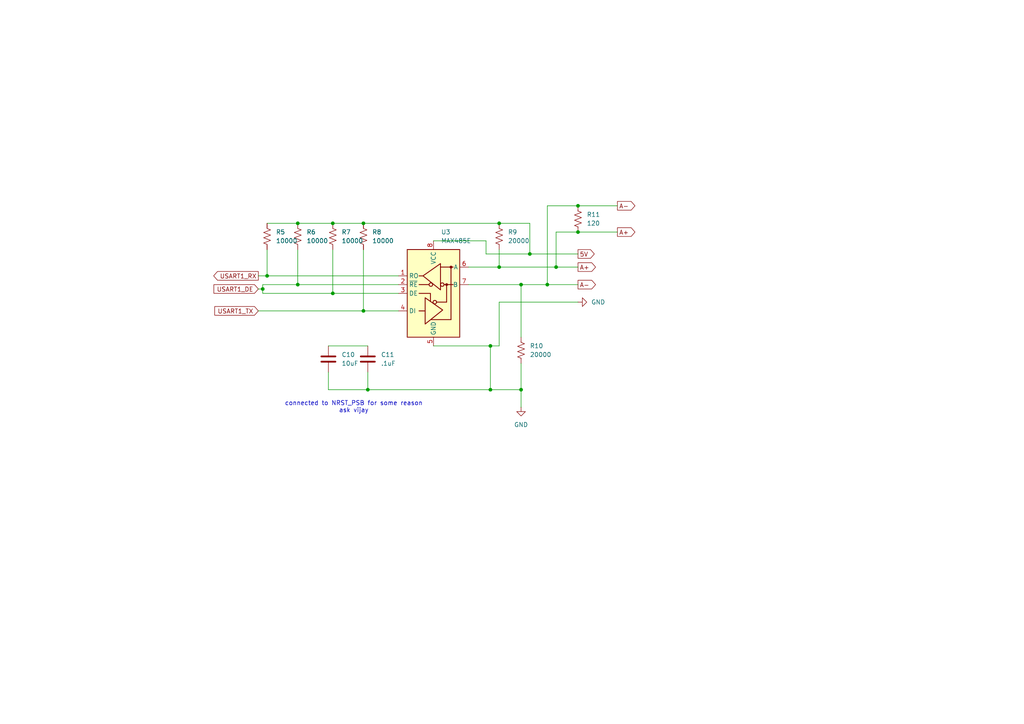
<source format=kicad_sch>
(kicad_sch (version 20231120) (generator "eeschema") (generator_version "8.0")
  (paper "A4")
  (lib_symbols
    (symbol "Device:C" (pin_numbers hide) (pin_names (offset 0.254))
      (property "Reference" "C" (at 0.635 2.54 0))
      (property "Value" "C" (at 0.635 -2.54 0))
      (symbol "C_0_1"
        (polyline (pts (xy -2.032 -0.762) (xy 2.032 -0.762)) (stroke (width 0.508)))
        (polyline (pts (xy -2.032 0.762) (xy 2.032 0.762)) (stroke (width 0.508)))
      )
      (symbol "C_1_1"
        (pin passive line (at 0 3.81 270) (length 2.794) (name "~") (number "1"))
        (pin passive line (at 0 -3.81 90) (length 2.794) (name "~") (number "2"))
      )
    )
    (symbol "Device:R_US" (pin_numbers hide) (pin_names (offset 0))
      (property "Reference" "R" (at 2.54 0 90))
      (property "Value" "R_US" (at -2.54 0 90))
      (symbol "R_US_0_1"
        (polyline (pts (xy 0 -2.286) (xy 0 -2.54)))
        (polyline (pts (xy 0 2.286) (xy 0 2.54)))
        (polyline (pts (xy 0 -0.762) (xy 1.016 -1.143) (xy 0 -1.524) (xy -1.016 -1.905) (xy 0 -2.286)))
        (polyline (pts (xy 0 0.762) (xy 1.016 0.381) (xy 0 0) (xy -1.016 -0.381) (xy 0 -0.762)))
        (polyline (pts (xy 0 2.286) (xy 1.016 1.905) (xy 0 1.524) (xy -1.016 1.143) (xy 0 0.762)))
      )
      (symbol "R_US_1_1"
        (pin passive line (at 0 3.81 270) (length 1.27) (name "~") (number "1"))
        (pin passive line (at 0 -3.81 90) (length 1.27) (name "~") (number "2"))
      )
    )
    (symbol "Interface_UART:MAX485E"
      (property "Reference" "U" (at -6.985 13.97 0))
      (property "Value" "MAX485E" (at 1.905 13.97 0))
      (symbol "MAX485E_0_1"
        (rectangle (start -7.62 12.7) (end 7.62 -12.7) (stroke (width 0.254)) (fill (type background)))
        (polyline (pts (xy -4.191 2.54) (xy -1.27 2.54)) (stroke (width 0.254)))
        (polyline (pts (xy -2.54 -5.08) (xy -4.191 -5.08)) (stroke (width 0.254)))
        (polyline (pts (xy -0.635 -7.62) (xy 5.08 -7.62)) (stroke (width 0.254)))
        (polyline (pts (xy 0.889 -2.54) (xy 3.81 -2.54)) (stroke (width 0.254)))
        (polyline (pts (xy 2.032 7.62) (xy 5.715 7.62)) (stroke (width 0.254)))
        (polyline (pts (xy 3.048 2.54) (xy 5.715 2.54)) (stroke (width 0.254)))
        (polyline (pts (xy 3.81 -2.54) (xy 3.81 2.54)) (stroke (width 0.254)))
        (polyline (pts (xy 5.08 -7.62) (xy 5.08 7.62)) (stroke (width 0.254)))
        (polyline (pts (xy -4.191 0) (xy -0.889 0) (xy -0.889 -2.286)) (stroke (width 0.254)))
        (polyline (pts (xy -3.175 5.08) (xy -4.191 5.08) (xy -4.064 5.08)) (stroke (width 0.254)))
        (polyline (pts (xy -2.413 -5.08) (xy -2.413 -1.27) (xy 2.667 -4.826) (xy -2.413 -8.89) (xy -2.413 -5.08)) (stroke (width 0.254)))
        (circle (center 0.381 -2.54) (radius 0.508) (stroke (width 0.254)))
        (circle (center 3.81 2.54) (radius 0.2794) (stroke (width 0.254)) (fill (type outline)))
      )
      (symbol "MAX485E_1_1"
        (circle (center -0.762 2.54) (radius 0.508) (stroke (width 0.254)))
        (polyline (pts (xy 2.032 4.826) (xy 2.032 8.636) (xy -3.048 5.08) (xy 2.032 1.016) (xy 2.032 4.826)) (stroke (width 0.254)))
        (circle (center 2.54 2.54) (radius 0.508) (stroke (width 0.254)))
        (circle (center 5.08 7.62) (radius 0.2794) (stroke (width 0.254)) (fill (type outline)))
        (pin output line (at -10.16 5.08 0) (length 2.54) (name "RO") (number "1"))
        (pin input line (at -10.16 2.54 0) (length 2.54) (name "~{RE}") (number "2"))
        (pin input line (at -10.16 0 0) (length 2.54) (name "DE") (number "3"))
        (pin input line (at -10.16 -5.08 0) (length 2.54) (name "DI") (number "4"))
        (pin power_in line (at 0 -15.24 90) (length 2.54) (name "GND") (number "5"))
        (pin bidirectional line (at 10.16 7.62 180) (length 2.54) (name "A") (number "6"))
        (pin bidirectional line (at 10.16 2.54 180) (length 2.54) (name "B") (number "7"))
        (pin power_in line (at 0 15.24 270) (length 2.54) (name "VCC") (number "8"))
      )
    )
    (symbol "power:GND" (power) (pin_numbers hide) (pin_names (offset 0) hide)
      (property "Value" "GND" (at 0 -3.81 0))
      (symbol "GND_0_1"
        (polyline (pts (xy 0 0) (xy 0 -1.27) (xy 1.27 -1.27) (xy 0 -2.54) (xy -1.27 -1.27) (xy 0 -1.27)))
      )
      (symbol "GND_1_1"
        (pin power_in line (at 0 0 270) (length 0) (name "~") (number "1"))
      )
    )
  )
  (junction (at 105.41 64.77))
  (junction (at 158.75 82.55))
  (junction (at 96.52 85.09))
  (junction (at 167.64 59.69))
  (junction (at 144.78 77.47))
  (junction (at 142.24 113.03))
  (junction (at 106.68 113.03))
  (junction (at 77.47 80.01))
  (junction (at 144.78 64.77))
  (junction (at 153.67 73.66))
  (junction (at 161.29 77.47))
  (junction (at 76.2 83.82))
  (junction (at 167.64 67.31))
  (junction (at 86.36 82.55))
  (junction (at 96.52 64.77))
  (junction (at 151.13 113.03))
  (junction (at 105.41 90.17))
  (junction (at 142.24 100.33))
  (junction (at 86.36 64.77))
  (junction (at 151.13 82.55))
  (wire (pts (xy 96.52 85.09) (xy 115.57 85.09)))
  (wire (pts (xy 86.36 64.77) (xy 96.52 64.77)))
  (wire (pts (xy 105.41 72.39) (xy 105.41 90.17)))
  (wire (pts (xy 158.75 59.69) (xy 167.64 59.69)))
  (wire (pts (xy 76.2 85.09) (xy 96.52 85.09)))
  (wire (pts (xy 167.64 67.31) (xy 179.07 67.31)))
  (wire (pts (xy 142.24 100.33) (xy 144.78 100.33)))
  (wire (pts (xy 74.93 90.17) (xy 105.41 90.17)))
  (wire (pts (xy 95.25 113.03) (xy 106.68 113.03)))
  (wire (pts (xy 161.29 77.47) (xy 161.29 67.31)))
  (wire (pts (xy 76.2 82.55) (xy 86.36 82.55)))
  (wire (pts (xy 144.78 87.63) (xy 167.64 87.63)))
  (wire (pts (xy 125.73 100.33) (xy 142.24 100.33)))
  (wire (pts (xy 77.47 80.01) (xy 115.57 80.01)))
  (wire (pts (xy 106.68 107.95) (xy 106.68 113.03)))
  (wire (pts (xy 96.52 72.39) (xy 96.52 85.09)))
  (wire (pts (xy 142.24 113.03) (xy 151.13 113.03)))
  (wire (pts (xy 106.68 113.03) (xy 142.24 113.03)))
  (wire (pts (xy 151.13 105.41) (xy 151.13 113.03)))
  (wire (pts (xy 151.13 113.03) (xy 151.13 118.11)))
  (wire (pts (xy 135.89 77.47) (xy 144.78 77.47)))
  (wire (pts (xy 86.36 72.39) (xy 86.36 82.55)))
  (wire (pts (xy 74.93 83.82) (xy 76.2 83.82)))
  (wire (pts (xy 161.29 77.47) (xy 167.64 77.47)))
  (wire (pts (xy 158.75 59.69) (xy 158.75 82.55)))
  (wire (pts (xy 95.25 107.95) (xy 95.25 113.03)))
  (wire (pts (xy 105.41 64.77) (xy 144.78 64.77)))
  (wire (pts (xy 135.89 82.55) (xy 151.13 82.55)))
  (wire (pts (xy 125.73 69.85) (xy 140.97 69.85)))
  (wire (pts (xy 140.97 73.66) (xy 153.67 73.66)))
  (wire (pts (xy 144.78 100.33) (xy 144.78 87.63)))
  (wire (pts (xy 86.36 82.55) (xy 115.57 82.55)))
  (wire (pts (xy 144.78 72.39) (xy 144.78 77.47)))
  (wire (pts (xy 105.41 90.17) (xy 115.57 90.17)))
  (wire (pts (xy 77.47 64.77) (xy 86.36 64.77)))
  (wire (pts (xy 74.93 80.01) (xy 77.47 80.01)))
  (wire (pts (xy 142.24 100.33) (xy 142.24 113.03)))
  (wire (pts (xy 96.52 64.77) (xy 105.41 64.77)))
  (wire (pts (xy 153.67 73.66) (xy 167.64 73.66)))
  (wire (pts (xy 144.78 77.47) (xy 161.29 77.47)))
  (wire (pts (xy 95.25 100.33) (xy 106.68 100.33)))
  (wire (pts (xy 77.47 72.39) (xy 77.47 80.01)))
  (wire (pts (xy 167.64 59.69) (xy 179.07 59.69)))
  (wire (pts (xy 144.78 64.77) (xy 153.67 64.77)))
  (wire (pts (xy 151.13 82.55) (xy 151.13 97.79)))
  (wire (pts (xy 151.13 82.55) (xy 158.75 82.55)))
  (wire (pts (xy 161.29 67.31) (xy 167.64 67.31)))
  (wire (pts (xy 158.75 82.55) (xy 167.64 82.55)))
  (wire (pts (xy 140.97 69.85) (xy 140.97 73.66)))
  (wire (pts (xy 76.2 82.55) (xy 76.2 83.82)))
  (wire (pts (xy 76.2 83.82) (xy 76.2 85.09)))
  (wire (pts (xy 153.67 64.77) (xy 153.67 73.66)))
  (text "connected to NRST_PSB for some reason\nask vijay" (at 102.616 118.11 0) (effects (font (size 1.27 1.27))))
  (global_label "A-" (shape output) (at 167.64 82.55 0) (property "Intersheetrefs" "${INTERSHEET_REFS}" (effects (hide yes))))
  (global_label "USART1_RX" (shape output) (at 74.93 80.01 180) (property "Intersheetrefs" "${INTERSHEET_REFS}" (effects (hide yes))))
  (global_label "USART1_DE" (shape input) (at 74.93 83.82 180) (property "Intersheetrefs" "${INTERSHEET_REFS}" (effects (hide yes))))
  (global_label "A+" (shape output) (at 167.64 77.47 0) (property "Intersheetrefs" "${INTERSHEET_REFS}" (effects (hide yes))))
  (global_label "A+" (shape output) (at 179.07 67.31 0) (property "Intersheetrefs" "${INTERSHEET_REFS}" (effects (hide yes))))
  (global_label "5V" (shape output) (at 167.64 73.66 0) (property "Intersheetrefs" "${INTERSHEET_REFS}" (effects (hide yes))))
  (global_label "USART1_TX" (shape input) (at 74.93 90.17 180) (property "Intersheetrefs" "${INTERSHEET_REFS}" (effects (hide yes))))
  (global_label "A-" (shape output) (at 179.07 59.69 0) (property "Intersheetrefs" "${INTERSHEET_REFS}" (effects (hide yes))))
  (symbol (lib_id "Device:R_US") (at 86.36 68.58 0) (unit 1)
    (property "Reference" "R6" (at 88.9 67.3099 0) (effects (justify left)))
    (property "Value" "10000" (at 88.9 69.8499 0) (effects (justify left)))
    (property "Footprint" "Resistor_SMD:R_0603_1608Metric_Pad0.98x0.95mm_HandSolder" (effects (hide yes)))
    (property "Description" "Resistor, US symbol" (effects (hide yes)))
  )
  (symbol (lib_id "Device:R_US") (at 96.52 68.58 0) (unit 1)
    (property "Reference" "R7" (at 99.06 67.3099 0) (effects (justify left)))
    (property "Value" "10000" (at 99.06 69.8499 0) (effects (justify left)))
    (property "Footprint" "Resistor_SMD:R_0603_1608Metric_Pad0.98x0.95mm_HandSolder" (effects (hide yes)))
    (property "Description" "Resistor, US symbol" (effects (hide yes)))
  )
  (symbol (lib_id "power:GND") (at 167.64 87.63 90) (unit 1)
    (property "Reference" "#PWR014" (effects (hide yes)))
    (property "Value" "GND" (at 171.45 87.6299 90) (effects (justify right)))
    (property "Description" "Power symbol creates a global label with name \"GND\" , ground" (effects (hide yes)))
  )
  (symbol (lib_id "Device:R_US") (at 77.47 68.58 0) (unit 1)
    (property "Reference" "R5" (at 80.01 67.3099 0) (effects (justify left)))
    (property "Value" "10000" (at 80.01 69.8499 0) (effects (justify left)))
    (property "Footprint" "Resistor_SMD:R_0603_1608Metric_Pad0.98x0.95mm_HandSolder" (effects (hide yes)))
    (property "Description" "Resistor, US symbol" (effects (hide yes)))
  )
  (symbol (lib_id "Device:R_US") (at 105.41 68.58 0) (unit 1)
    (property "Reference" "R8" (at 107.95 67.3099 0) (effects (justify left)))
    (property "Value" "10000" (at 107.95 69.8499 0) (effects (justify left)))
    (property "Footprint" "Resistor_SMD:R_0603_1608Metric_Pad0.98x0.95mm_HandSolder" (effects (hide yes)))
    (property "Description" "Resistor, US symbol" (effects (hide yes)))
  )
  (symbol (lib_id "Device:R_US") (at 144.78 68.58 0) (unit 1)
    (property "Reference" "R9" (at 147.32 67.3099 0) (effects (justify left)))
    (property "Value" "20000" (at 147.32 69.8499 0) (effects (justify left)))
    (property "Footprint" "Resistor_SMD:R_0603_1608Metric_Pad0.98x0.95mm_HandSolder" (effects (hide yes)))
    (property "Description" "Resistor, US symbol" (effects (hide yes)))
  )
  (symbol (lib_id "Device:C") (at 106.68 104.14 0) (unit 1)
    (property "Reference" "C11" (at 110.49 102.8699 0) (effects (justify left)))
    (property "Value" ".1uF" (at 110.49 105.4099 0) (effects (justify left)))
    (property "Footprint" "Capacitor_SMD:C_0603_1608Metric_Pad1.08x0.95mm_HandSolder" (effects (hide yes)))
    (property "Description" "Unpolarized capacitor" (effects (hide yes)))
  )
  (symbol (lib_id "power:GND") (at 151.13 118.11 0) (unit 1)
    (property "Reference" "#PWR013" (effects (hide yes)))
    (property "Value" "GND" (at 151.13 123.19 0))
    (property "Description" "Power symbol creates a global label with name \"GND\" , ground" (effects (hide yes)))
  )
  (symbol (lib_id "Device:R_US") (at 151.13 101.6 0) (unit 1)
    (property "Reference" "R10" (at 153.67 100.3299 0) (effects (justify left)))
    (property "Value" "20000" (at 153.67 102.8699 0) (effects (justify left)))
    (property "Footprint" "Resistor_SMD:R_0603_1608Metric_Pad0.98x0.95mm_HandSolder" (effects (hide yes)))
    (property "Description" "Resistor, US symbol" (effects (hide yes)))
  )
  (symbol (lib_id "Interface_UART:MAX485E") (at 125.73 85.09 0) (unit 1)
    (property "Reference" "U3" (at 127.9241 67.31 0) (effects (justify left)))
    (property "Value" "MAX485E" (at 127.9241 69.85 0) (effects (justify left)))
    (property "Footprint" "Package_SO:SOIC-8_3.9x4.9mm_P1.27mm" (effects (hide yes)))
    (property "Datasheet" "https://datasheets.maximintegrated.com/en/ds/MAX1487E-MAX491E.pdf" (effects (hide yes)))
    (property "Description" "Half duplex RS-485/RS-422, 2.5 Mbps, ±15kV electro-static discharge (ESD) protection, no slew-rate, no low-power shutdown, with receiver/driver enable, 32 receiver drive capability, DIP-8 and SOIC-8" (effects (hide yes)))
  )
  (symbol (lib_id "Device:C") (at 95.25 104.14 0) (unit 1)
    (property "Reference" "C10" (at 99.06 102.8699 0) (effects (justify left)))
    (property "Value" "10uF" (at 99.06 105.4099 0) (effects (justify left)))
    (property "Footprint" "Capacitor_SMD:C_0603_1608Metric_Pad1.08x0.95mm_HandSolder" (effects (hide yes)))
    (property "Description" "Unpolarized capacitor" (effects (hide yes)))
  )
  (symbol (lib_id "Device:R_US") (at 167.64 63.5 0) (unit 1)
    (property "Reference" "R11" (at 170.18 62.2299 0) (effects (justify left)))
    (property "Value" "120" (at 170.18 64.7699 0) (effects (justify left)))
    (property "Footprint" "Resistor_SMD:R_0603_1608Metric_Pad0.98x0.95mm_HandSolder" (effects (hide yes)))
    (property "Description" "Resistor, US symbol" (effects (hide yes)))
  )
)
</source>
